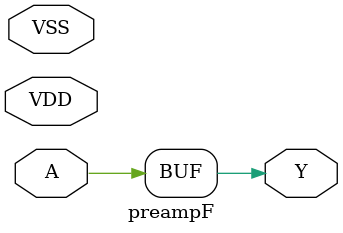
<source format=v>


module preampF ( Y, VSS, VDD, A );
  input A;
  output Y;
  inout VDD;
  inout VSS;
  assign Y = A;
endmodule

</source>
